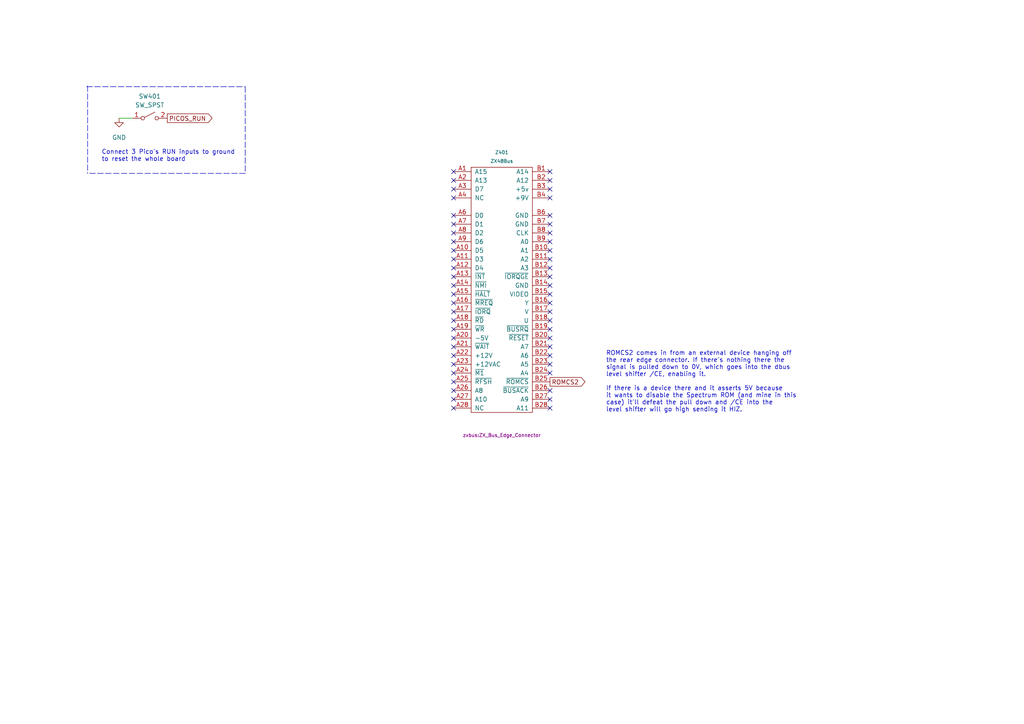
<source format=kicad_sch>
(kicad_sch (version 20211123) (generator eeschema)
  (paper "A4")
  (title_block (title "Pico Interface One") (date "2023-06-16") (rev "v1.4WIP"))
  (lib_symbols
    (symbol "Switch:SW_SPST" (pin_names (offset 0) hide)
      (property "Reference" "SW" (at 0 3.175 0))
      (property "Value" "SW_SPST" (at 0 -2.54 0))
      (symbol "SW_SPST_0_0"
        (circle (center -2.032 0) (radius 0.508))
        (polyline (pts (xy -1.524 0.254) (xy 1.524 1.778)))
        (circle (center 2.032 0) (radius 0.508))
      )
      (symbol "SW_SPST_1_1"
        (pin passive line (at -5.08 0 0) (length 2.54) (name "A") (number "1"))
        (pin passive line (at 5.08 0 180) (length 2.54) (name "B") (number "2"))
      )
    )
    (symbol "power:GND" (power) (pin_names (offset 0))
      (property "Value" "GND" (at 0 -3.81 0))
      (symbol "GND_0_1"
        (polyline (pts (xy 0 0) (xy 0 -1.27) (xy 1.27 -1.27) (xy 0 -2.54) (xy -1.27 -1.27) (xy 0 -1.27)))
      )
      (symbol "GND_1_1"
        (pin power_in line (at 0 0 270) (length 0) hide (name "GND") (number "1"))
      )
    )
    (symbol "zxbus:ZX48Bus" (pin_names (offset 1.016))
      (property "Reference" "Z" (at 0 83.82 0))
      (property "Value" "ZX48Bus" (at 0 86.36 0))
      (symbol "ZX48Bus_0_0"
        (rectangle (start 0 82.55) (end 17.78 11.43))
      )
      (symbol "ZX48Bus_1_1"
        (pin input line (at -5.08 81.28 0) (length 5.08) (name "A15") (number "A1"))
        (pin input line (at -5.08 58.42 0) (length 5.08) (name "D5") (number "A10"))
        (pin input line (at -5.08 55.88 0) (length 5.08) (name "D3") (number "A11"))
        (pin input line (at -5.08 53.34 0) (length 5.08) (name "D4") (number "A12"))
        (pin input line (at -5.08 50.8 0) (length 5.08) (name "~{INT}") (number "A13"))
        (pin input line (at -5.08 48.26 0) (length 5.08) (name "~{NMI}") (number "A14"))
        (pin input line (at -5.08 45.72 0) (length 5.08) (name "~{HALT}") (number "A15"))
        (pin input line (at -5.08 43.18 0) (length 5.08) (name "~{MREQ}") (number "A16"))
        (pin input line (at -5.08 40.64 0) (length 5.08) (name "~{IORQ}") (number "A17"))
        (pin input line (at -5.08 38.1 0) (length 5.08) (name "~{RD}") (number "A18"))
        (pin input line (at -5.08 35.56 0) (length 5.08) (name "~{WR}") (number "A19"))
        (pin input line (at -5.08 78.74 0) (length 5.08) (name "A13") (number "A2"))
        (pin input line (at -5.08 33.02 0) (length 5.08) (name "-5V") (number "A20"))
        (pin input line (at -5.08 30.48 0) (length 5.08) (name "~{WAIT}") (number "A21"))
        (pin input line (at -5.08 27.94 0) (length 5.08) (name "+12V") (number "A22"))
        (pin input line (at -5.08 25.4 0) (length 5.08) (name "+12VAC") (number "A23"))
        (pin input line (at -5.08 22.86 0) (length 5.08) (name "~{M1}") (number "A24"))
        (pin input line (at -5.08 20.32 0) (length 5.08) (name "~{RFSH}") (number "A25"))
        (pin input line (at -5.08 17.78 0) (length 5.08) (name "A8") (number "A26"))
        (pin input line (at -5.08 15.24 0) (length 5.08) (name "A10") (number "A27"))
        (pin input line (at -5.08 12.7 0) (length 5.08) (name "NC") (number "A28"))
        (pin input line (at -5.08 76.2 0) (length 5.08) (name "D7") (number "A3"))
        (pin input line (at -5.08 73.66 0) (length 5.08) (name "NC") (number "A4"))
        (pin input line (at -5.08 68.58 0) (length 5.08) (name "D0") (number "A6"))
        (pin input line (at -5.08 66.04 0) (length 5.08) (name "D1") (number "A7"))
        (pin input line (at -5.08 63.5 0) (length 5.08) (name "D2") (number "A8"))
        (pin input line (at -5.08 60.96 0) (length 5.08) (name "D6") (number "A9"))
        (pin input line (at 22.86 81.28 180) (length 5.08) (name "A14") (number "B1"))
        (pin input line (at 22.86 58.42 180) (length 5.08) (name "A1") (number "B10"))
        (pin input line (at 22.86 55.88 180) (length 5.08) (name "A2") (number "B11"))
        (pin input line (at 22.86 53.34 180) (length 5.08) (name "A3") (number "B12"))
        (pin input line (at 22.86 50.8 180) (length 5.08) (name "~{IORQGE}") (number "B13"))
        (pin input line (at 22.86 48.26 180) (length 5.08) (name "GND") (number "B14"))
        (pin input line (at 22.86 45.72 180) (length 5.08) (name "VIDEO") (number "B15"))
        (pin input line (at 22.86 43.18 180) (length 5.08) (name "Y") (number "B16"))
        (pin input line (at 22.86 40.64 180) (length 5.08) (name "V") (number "B17"))
        (pin input line (at 22.86 38.1 180) (length 5.08) (name "U") (number "B18"))
        (pin input line (at 22.86 35.56 180) (length 5.08) (name "~{BUSRQ}") (number "B19"))
        (pin input line (at 22.86 78.74 180) (length 5.08) (name "A12") (number "B2"))
        (pin input line (at 22.86 33.02 180) (length 5.08) (name "~{RESET}") (number "B20"))
        (pin input line (at 22.86 30.48 180) (length 5.08) (name "A7") (number "B21"))
        (pin input line (at 22.86 27.94 180) (length 5.08) (name "A6") (number "B22"))
        (pin input line (at 22.86 25.4 180) (length 5.08) (name "A5") (number "B23"))
        (pin input line (at 22.86 22.86 180) (length 5.08) (name "A4") (number "B24"))
        (pin input line (at 22.86 20.32 180) (length 5.08) (name "~{ROMCS}") (number "B25"))
        (pin input line (at 22.86 17.78 180) (length 5.08) (name "~{BUSACK}") (number "B26"))
        (pin input line (at 22.86 15.24 180) (length 5.08) (name "A9") (number "B27"))
        (pin input line (at 22.86 12.7 180) (length 5.08) (name "A11") (number "B28"))
        (pin input line (at 22.86 76.2 180) (length 5.08) (name "+5v") (number "B3"))
        (pin input line (at 22.86 73.66 180) (length 5.08) (name "+9V") (number "B4"))
        (pin input line (at 22.86 68.58 180) (length 5.08) (name "GND") (number "B6"))
        (pin input line (at 22.86 66.04 180) (length 5.08) (name "GND") (number "B7"))
        (pin input line (at 22.86 63.5 180) (length 5.08) (name "CLK") (number "B8"))
        (pin input line (at 22.86 60.96 180) (length 5.08) (name "A0") (number "B9"))
      )
    )
  )
  (no_connect (at 159.512 85.344))
  (no_connect (at 131.572 100.584))
  (no_connect (at 159.512 49.784))
  (no_connect (at 131.572 80.264))
  (no_connect (at 131.572 85.344))
  (no_connect (at 131.572 75.184))
  (no_connect (at 159.512 82.804))
  (no_connect (at 159.512 62.484))
  (no_connect (at 159.512 72.644))
  (no_connect (at 159.512 75.184))
  (no_connect (at 131.572 77.724))
  (no_connect (at 131.572 103.124))
  (no_connect (at 131.572 110.744))
  (no_connect (at 159.512 118.364))
  (no_connect (at 131.572 49.784))
  (no_connect (at 131.572 65.024))
  (no_connect (at 131.572 52.324))
  (no_connect (at 131.572 57.404))
  (no_connect (at 131.572 105.664))
  (no_connect (at 159.512 113.284))
  (no_connect (at 131.572 70.104))
  (no_connect (at 131.572 113.284))
  (no_connect (at 159.512 54.864))
  (no_connect (at 159.512 77.724))
  (no_connect (at 131.572 92.964))
  (no_connect (at 131.572 54.864))
  (no_connect (at 159.512 98.044))
  (no_connect (at 159.512 65.024))
  (no_connect (at 159.512 108.204))
  (no_connect (at 159.512 57.404))
  (no_connect (at 159.512 87.884))
  (no_connect (at 159.512 52.324))
  (no_connect (at 159.512 92.964))
  (no_connect (at 131.572 62.484))
  (no_connect (at 131.572 87.884))
  (no_connect (at 159.512 95.504))
  (no_connect (at 131.572 72.644))
  (no_connect (at 131.572 90.424))
  (no_connect (at 131.572 108.204))
  (no_connect (at 159.512 100.584))
  (no_connect (at 131.572 115.824))
  (no_connect (at 159.512 105.664))
  (no_connect (at 159.512 80.264))
  (no_connect (at 159.512 103.124))
  (no_connect (at 131.572 82.804))
  (no_connect (at 131.572 67.564))
  (no_connect (at 159.512 90.424))
  (no_connect (at 131.572 95.504))
  (no_connect (at 159.512 115.824))
  (no_connect (at 131.572 98.044))
  (no_connect (at 131.572 118.364))
  (no_connect (at 159.512 70.104))
  (no_connect (at 159.512 67.564))
  (wire (pts (xy 34.544 34.29) (xy 38.354 34.29)))
  (polyline (pts (xy 71.12 50.292) (xy 25.4 50.292)))
  (polyline (pts (xy 71.12 25.146) (xy 71.12 50.292)))
  (polyline (pts (xy 25.146 25.146) (xy 71.12 25.146)))
  (polyline (pts (xy 25.4 24.892) (xy 25.4 50.292)))
  (text "ROMCS2 comes in from an external device hanging off\nthe rear edge connector. If there's nothing there the\nsignal is pulled down to 0V, which goes into the dbus\nlevel shifter /CE, enabling it.\n\nIf there is a device there and it asserts 5V because\nit wants to disable the Spectrum ROM (and mine in this\ncase) it'll defeat the pull down and /CE into the\nlevel shifter will go high sending it HIZ." (at 175.768 119.634 0) (effects (font (size 1.27 1.27)) (justify left bottom)))
  (text "Connect 3 Pico's RUN inputs to ground\nto reset the whole board" (at 29.464 46.99 0) (effects (font (size 1.27 1.27)) (justify left bottom)))
  (global_label "PICOS_RUN" (shape output) (at 48.514 34.29 0) (property "Intersheet References" "${INTERSHEET_REFS}" (effects hide)))
  (global_label "ROMCS2" (shape output) (at 159.512 110.744 0) (property "Intersheet References" "${INTERSHEET_REFS}" (effects hide)))
  (symbol (lib_id "Switch:SW_SPST") (at 43.434 34.29 0) (unit 1)
    (property "Reference" "SW401" (at 43.434 27.94 0))
    (property "Value" "SW_SPST" (at 43.434 30.48 0))
    (property "Footprint" "Button_Switch_THT:SW_Tactile_SKHH_Angled" (effects hide))
  )
  (symbol (lib_id "zxbus:ZX48Bus") (at 136.652 131.064 0) (unit 1)
    (property "Reference" "Z401" (at 145.542 44.196 0) (effects (font (size 0.9906 0.9906))))
    (property "Value" "ZX48Bus" (at 145.542 46.736 0) (effects (font (size 0.9906 0.9906))))
    (property "Footprint" "zxbus:ZX_Bus_Edge_Connector" (at 145.542 126.238 0) (effects (font (size 0.9906 0.9906))))
  )
  (symbol (lib_id "power:GND") (at 34.544 34.29 0) (unit 1)
    (property "Reference" "#PWR0402" (effects hide))
    (property "Value" "GND" (at 34.544 39.878 0))
  )
)
</source>
